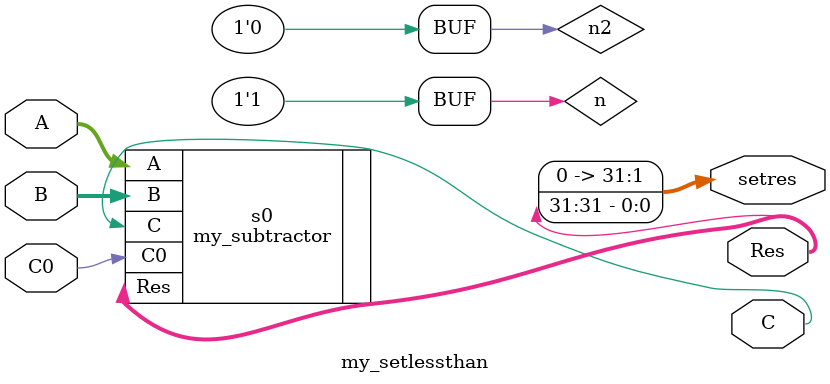
<source format=v>
module my_setlessthan(
	input [31:0] A,
	input [31:0] B,
	input C0,
	output C,
	output [31:0] Res,
	output [31:0] setres
   
);

wire C1,C2,C3;  //intermediate carries
reg n=1'b1;
reg n2=1'b0;

my_subtractor s0(.A(A), .B(B), .C0(C0), .C(C), .Res(Res));
and resand0(setres[0], Res[31], n);
and resand1(setres[1], Res[30], n2);
and resand2(setres[2], Res[29], n2);
and resand3(setres[3], Res[28], n2);
and resand4(setres[4], Res[27], n2);
and resand5(setres[5], Res[26], n2);
and resand6(setres[6], Res[25], n2);
and resand7(setres[7], Res[24], n2);
and resand8(setres[8], Res[23], n2);
and resand9(setres[9], Res[22], n2);
and resand10(setres[10], Res[21], n2);
and resand11(setres[11], Res[20], n2);
and resand12(setres[12], Res[19], n2);
and resand13(setres[13], Res[18], n2);
and resand14(setres[14], Res[17], n2);
and resand15(setres[15], Res[16], n2);
and resand16(setres[16], Res[15], n2);
and resand17(setres[17], Res[14], n2);
and resand18(setres[18], Res[13], n2);
and resand19(setres[19], Res[12], n2);
and resand20(setres[20], Res[11], n2);
and resand21(setres[21], Res[10], n2);
and resand22(setres[22], Res[9], n2);
and resand23(setres[23], Res[8], n2);
and resand24(setres[24], Res[7], n2);
and resand25(setres[25], Res[6], n2);
and resand26(setres[26], Res[5], n2);
and resand27(setres[27], Res[4], n2);
and resand28(setres[28], Res[3], n2);
and resand29(setres[29], Res[2], n2);
and resand30(setres[30], Res[1], n2);
and resand31(setres[31], Res[0], n2);


	
				
endmodule

</source>
